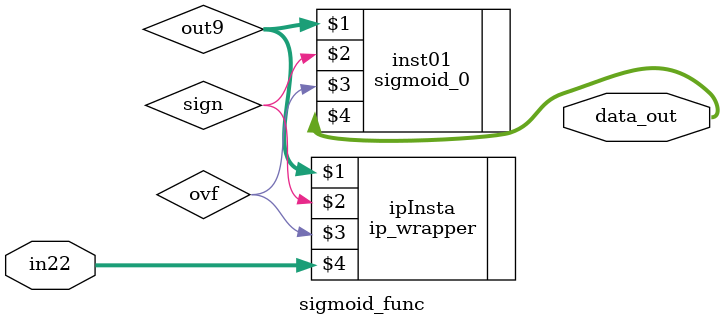
<source format=v>
`timescale 1ns / 1ps


module sigmoid_func( data_out,in22);
    
    output [7:0] data_out;
    input [21:0] in22;
    
    wire sign,ovf;
    wire [8:0] out9;
    
    
    ip_wrapper ipInsta(out9, sign, ovf, in22);
    sigmoid_0 inst01(out9,sign,ovf,data_out); 
endmodule

</source>
